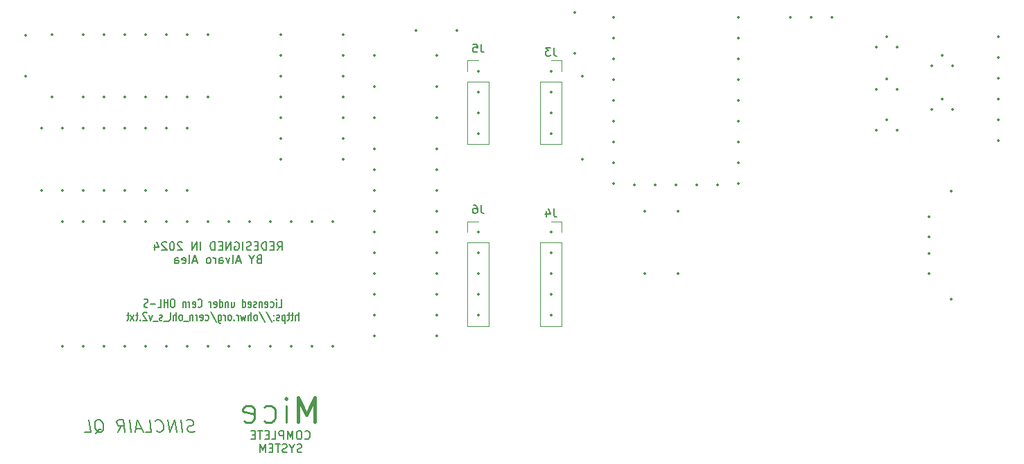
<source format=gbo>
%TF.GenerationSoftware,KiCad,Pcbnew,8.0.4+1*%
%TF.CreationDate,2024-08-13T20:11:21+02:00*%
%TF.ProjectId,QL_mIce_Starmouse,514c5f6d-4963-4655-9f53-7461726d6f75,0*%
%TF.SameCoordinates,Original*%
%TF.FileFunction,Legend,Bot*%
%TF.FilePolarity,Positive*%
%FSLAX46Y46*%
G04 Gerber Fmt 4.6, Leading zero omitted, Abs format (unit mm)*
G04 Created by KiCad (PCBNEW 8.0.4+1) date 2024-08-13 20:11:21*
%MOMM*%
%LPD*%
G01*
G04 APERTURE LIST*
%ADD10C,0.450000*%
%ADD11C,0.250000*%
%ADD12C,0.150000*%
%ADD13C,0.200000*%
%ADD14C,0.120000*%
%ADD15C,0.350000*%
G04 APERTURE END LIST*
D10*
X145144999Y-113378457D02*
X145144999Y-110378457D01*
X145144999Y-110378457D02*
X144144999Y-112521314D01*
X144144999Y-112521314D02*
X143144999Y-110378457D01*
X143144999Y-110378457D02*
X143144999Y-113378457D01*
D11*
X141636428Y-113388857D02*
X141636428Y-111388857D01*
X141636428Y-110388857D02*
X141779285Y-110531714D01*
X141779285Y-110531714D02*
X141636428Y-110674571D01*
X141636428Y-110674571D02*
X141493571Y-110531714D01*
X141493571Y-110531714D02*
X141636428Y-110388857D01*
X141636428Y-110388857D02*
X141636428Y-110674571D01*
X138922143Y-113246000D02*
X139207857Y-113388857D01*
X139207857Y-113388857D02*
X139779285Y-113388857D01*
X139779285Y-113388857D02*
X140065000Y-113246000D01*
X140065000Y-113246000D02*
X140207857Y-113103142D01*
X140207857Y-113103142D02*
X140350714Y-112817428D01*
X140350714Y-112817428D02*
X140350714Y-111960285D01*
X140350714Y-111960285D02*
X140207857Y-111674571D01*
X140207857Y-111674571D02*
X140065000Y-111531714D01*
X140065000Y-111531714D02*
X139779285Y-111388857D01*
X139779285Y-111388857D02*
X139207857Y-111388857D01*
X139207857Y-111388857D02*
X138922143Y-111531714D01*
X136493571Y-113246000D02*
X136779285Y-113388857D01*
X136779285Y-113388857D02*
X137350714Y-113388857D01*
X137350714Y-113388857D02*
X137636428Y-113246000D01*
X137636428Y-113246000D02*
X137779285Y-112960285D01*
X137779285Y-112960285D02*
X137779285Y-111817428D01*
X137779285Y-111817428D02*
X137636428Y-111531714D01*
X137636428Y-111531714D02*
X137350714Y-111388857D01*
X137350714Y-111388857D02*
X136779285Y-111388857D01*
X136779285Y-111388857D02*
X136493571Y-111531714D01*
X136493571Y-111531714D02*
X136350714Y-111817428D01*
X136350714Y-111817428D02*
X136350714Y-112103142D01*
X136350714Y-112103142D02*
X137779285Y-112388857D01*
D12*
X140715000Y-99344847D02*
X141095952Y-99344847D01*
X141095952Y-99344847D02*
X141095952Y-98344847D01*
X140448333Y-99344847D02*
X140448333Y-98678180D01*
X140448333Y-98344847D02*
X140486429Y-98392466D01*
X140486429Y-98392466D02*
X140448333Y-98440085D01*
X140448333Y-98440085D02*
X140410238Y-98392466D01*
X140410238Y-98392466D02*
X140448333Y-98344847D01*
X140448333Y-98344847D02*
X140448333Y-98440085D01*
X139724524Y-99297228D02*
X139800715Y-99344847D01*
X139800715Y-99344847D02*
X139953096Y-99344847D01*
X139953096Y-99344847D02*
X140029286Y-99297228D01*
X140029286Y-99297228D02*
X140067381Y-99249608D01*
X140067381Y-99249608D02*
X140105477Y-99154370D01*
X140105477Y-99154370D02*
X140105477Y-98868656D01*
X140105477Y-98868656D02*
X140067381Y-98773418D01*
X140067381Y-98773418D02*
X140029286Y-98725799D01*
X140029286Y-98725799D02*
X139953096Y-98678180D01*
X139953096Y-98678180D02*
X139800715Y-98678180D01*
X139800715Y-98678180D02*
X139724524Y-98725799D01*
X139076905Y-99297228D02*
X139153096Y-99344847D01*
X139153096Y-99344847D02*
X139305477Y-99344847D01*
X139305477Y-99344847D02*
X139381667Y-99297228D01*
X139381667Y-99297228D02*
X139419763Y-99201989D01*
X139419763Y-99201989D02*
X139419763Y-98821037D01*
X139419763Y-98821037D02*
X139381667Y-98725799D01*
X139381667Y-98725799D02*
X139305477Y-98678180D01*
X139305477Y-98678180D02*
X139153096Y-98678180D01*
X139153096Y-98678180D02*
X139076905Y-98725799D01*
X139076905Y-98725799D02*
X139038810Y-98821037D01*
X139038810Y-98821037D02*
X139038810Y-98916275D01*
X139038810Y-98916275D02*
X139419763Y-99011513D01*
X138695953Y-98678180D02*
X138695953Y-99344847D01*
X138695953Y-98773418D02*
X138657858Y-98725799D01*
X138657858Y-98725799D02*
X138581668Y-98678180D01*
X138581668Y-98678180D02*
X138467382Y-98678180D01*
X138467382Y-98678180D02*
X138391191Y-98725799D01*
X138391191Y-98725799D02*
X138353096Y-98821037D01*
X138353096Y-98821037D02*
X138353096Y-99344847D01*
X138010239Y-99297228D02*
X137934048Y-99344847D01*
X137934048Y-99344847D02*
X137781667Y-99344847D01*
X137781667Y-99344847D02*
X137705477Y-99297228D01*
X137705477Y-99297228D02*
X137667381Y-99201989D01*
X137667381Y-99201989D02*
X137667381Y-99154370D01*
X137667381Y-99154370D02*
X137705477Y-99059132D01*
X137705477Y-99059132D02*
X137781667Y-99011513D01*
X137781667Y-99011513D02*
X137895953Y-99011513D01*
X137895953Y-99011513D02*
X137972143Y-98963894D01*
X137972143Y-98963894D02*
X138010239Y-98868656D01*
X138010239Y-98868656D02*
X138010239Y-98821037D01*
X138010239Y-98821037D02*
X137972143Y-98725799D01*
X137972143Y-98725799D02*
X137895953Y-98678180D01*
X137895953Y-98678180D02*
X137781667Y-98678180D01*
X137781667Y-98678180D02*
X137705477Y-98725799D01*
X137019762Y-99297228D02*
X137095953Y-99344847D01*
X137095953Y-99344847D02*
X137248334Y-99344847D01*
X137248334Y-99344847D02*
X137324524Y-99297228D01*
X137324524Y-99297228D02*
X137362620Y-99201989D01*
X137362620Y-99201989D02*
X137362620Y-98821037D01*
X137362620Y-98821037D02*
X137324524Y-98725799D01*
X137324524Y-98725799D02*
X137248334Y-98678180D01*
X137248334Y-98678180D02*
X137095953Y-98678180D01*
X137095953Y-98678180D02*
X137019762Y-98725799D01*
X137019762Y-98725799D02*
X136981667Y-98821037D01*
X136981667Y-98821037D02*
X136981667Y-98916275D01*
X136981667Y-98916275D02*
X137362620Y-99011513D01*
X136295953Y-99344847D02*
X136295953Y-98344847D01*
X136295953Y-99297228D02*
X136372144Y-99344847D01*
X136372144Y-99344847D02*
X136524525Y-99344847D01*
X136524525Y-99344847D02*
X136600715Y-99297228D01*
X136600715Y-99297228D02*
X136638810Y-99249608D01*
X136638810Y-99249608D02*
X136676906Y-99154370D01*
X136676906Y-99154370D02*
X136676906Y-98868656D01*
X136676906Y-98868656D02*
X136638810Y-98773418D01*
X136638810Y-98773418D02*
X136600715Y-98725799D01*
X136600715Y-98725799D02*
X136524525Y-98678180D01*
X136524525Y-98678180D02*
X136372144Y-98678180D01*
X136372144Y-98678180D02*
X136295953Y-98725799D01*
X134962619Y-98678180D02*
X134962619Y-99344847D01*
X135305476Y-98678180D02*
X135305476Y-99201989D01*
X135305476Y-99201989D02*
X135267381Y-99297228D01*
X135267381Y-99297228D02*
X135191191Y-99344847D01*
X135191191Y-99344847D02*
X135076905Y-99344847D01*
X135076905Y-99344847D02*
X135000714Y-99297228D01*
X135000714Y-99297228D02*
X134962619Y-99249608D01*
X134581666Y-98678180D02*
X134581666Y-99344847D01*
X134581666Y-98773418D02*
X134543571Y-98725799D01*
X134543571Y-98725799D02*
X134467381Y-98678180D01*
X134467381Y-98678180D02*
X134353095Y-98678180D01*
X134353095Y-98678180D02*
X134276904Y-98725799D01*
X134276904Y-98725799D02*
X134238809Y-98821037D01*
X134238809Y-98821037D02*
X134238809Y-99344847D01*
X133514999Y-99344847D02*
X133514999Y-98344847D01*
X133514999Y-99297228D02*
X133591190Y-99344847D01*
X133591190Y-99344847D02*
X133743571Y-99344847D01*
X133743571Y-99344847D02*
X133819761Y-99297228D01*
X133819761Y-99297228D02*
X133857856Y-99249608D01*
X133857856Y-99249608D02*
X133895952Y-99154370D01*
X133895952Y-99154370D02*
X133895952Y-98868656D01*
X133895952Y-98868656D02*
X133857856Y-98773418D01*
X133857856Y-98773418D02*
X133819761Y-98725799D01*
X133819761Y-98725799D02*
X133743571Y-98678180D01*
X133743571Y-98678180D02*
X133591190Y-98678180D01*
X133591190Y-98678180D02*
X133514999Y-98725799D01*
X132829284Y-99297228D02*
X132905475Y-99344847D01*
X132905475Y-99344847D02*
X133057856Y-99344847D01*
X133057856Y-99344847D02*
X133134046Y-99297228D01*
X133134046Y-99297228D02*
X133172142Y-99201989D01*
X133172142Y-99201989D02*
X133172142Y-98821037D01*
X133172142Y-98821037D02*
X133134046Y-98725799D01*
X133134046Y-98725799D02*
X133057856Y-98678180D01*
X133057856Y-98678180D02*
X132905475Y-98678180D01*
X132905475Y-98678180D02*
X132829284Y-98725799D01*
X132829284Y-98725799D02*
X132791189Y-98821037D01*
X132791189Y-98821037D02*
X132791189Y-98916275D01*
X132791189Y-98916275D02*
X133172142Y-99011513D01*
X132448332Y-99344847D02*
X132448332Y-98678180D01*
X132448332Y-98868656D02*
X132410237Y-98773418D01*
X132410237Y-98773418D02*
X132372142Y-98725799D01*
X132372142Y-98725799D02*
X132295951Y-98678180D01*
X132295951Y-98678180D02*
X132219761Y-98678180D01*
X130886427Y-99249608D02*
X130924523Y-99297228D01*
X130924523Y-99297228D02*
X131038808Y-99344847D01*
X131038808Y-99344847D02*
X131114999Y-99344847D01*
X131114999Y-99344847D02*
X131229285Y-99297228D01*
X131229285Y-99297228D02*
X131305475Y-99201989D01*
X131305475Y-99201989D02*
X131343570Y-99106751D01*
X131343570Y-99106751D02*
X131381666Y-98916275D01*
X131381666Y-98916275D02*
X131381666Y-98773418D01*
X131381666Y-98773418D02*
X131343570Y-98582942D01*
X131343570Y-98582942D02*
X131305475Y-98487704D01*
X131305475Y-98487704D02*
X131229285Y-98392466D01*
X131229285Y-98392466D02*
X131114999Y-98344847D01*
X131114999Y-98344847D02*
X131038808Y-98344847D01*
X131038808Y-98344847D02*
X130924523Y-98392466D01*
X130924523Y-98392466D02*
X130886427Y-98440085D01*
X130238808Y-99297228D02*
X130314999Y-99344847D01*
X130314999Y-99344847D02*
X130467380Y-99344847D01*
X130467380Y-99344847D02*
X130543570Y-99297228D01*
X130543570Y-99297228D02*
X130581666Y-99201989D01*
X130581666Y-99201989D02*
X130581666Y-98821037D01*
X130581666Y-98821037D02*
X130543570Y-98725799D01*
X130543570Y-98725799D02*
X130467380Y-98678180D01*
X130467380Y-98678180D02*
X130314999Y-98678180D01*
X130314999Y-98678180D02*
X130238808Y-98725799D01*
X130238808Y-98725799D02*
X130200713Y-98821037D01*
X130200713Y-98821037D02*
X130200713Y-98916275D01*
X130200713Y-98916275D02*
X130581666Y-99011513D01*
X129857856Y-99344847D02*
X129857856Y-98678180D01*
X129857856Y-98868656D02*
X129819761Y-98773418D01*
X129819761Y-98773418D02*
X129781666Y-98725799D01*
X129781666Y-98725799D02*
X129705475Y-98678180D01*
X129705475Y-98678180D02*
X129629285Y-98678180D01*
X129362618Y-98678180D02*
X129362618Y-99344847D01*
X129362618Y-98773418D02*
X129324523Y-98725799D01*
X129324523Y-98725799D02*
X129248333Y-98678180D01*
X129248333Y-98678180D02*
X129134047Y-98678180D01*
X129134047Y-98678180D02*
X129057856Y-98725799D01*
X129057856Y-98725799D02*
X129019761Y-98821037D01*
X129019761Y-98821037D02*
X129019761Y-99344847D01*
X127876903Y-98344847D02*
X127724522Y-98344847D01*
X127724522Y-98344847D02*
X127648332Y-98392466D01*
X127648332Y-98392466D02*
X127572141Y-98487704D01*
X127572141Y-98487704D02*
X127534046Y-98678180D01*
X127534046Y-98678180D02*
X127534046Y-99011513D01*
X127534046Y-99011513D02*
X127572141Y-99201989D01*
X127572141Y-99201989D02*
X127648332Y-99297228D01*
X127648332Y-99297228D02*
X127724522Y-99344847D01*
X127724522Y-99344847D02*
X127876903Y-99344847D01*
X127876903Y-99344847D02*
X127953094Y-99297228D01*
X127953094Y-99297228D02*
X128029284Y-99201989D01*
X128029284Y-99201989D02*
X128067380Y-99011513D01*
X128067380Y-99011513D02*
X128067380Y-98678180D01*
X128067380Y-98678180D02*
X128029284Y-98487704D01*
X128029284Y-98487704D02*
X127953094Y-98392466D01*
X127953094Y-98392466D02*
X127876903Y-98344847D01*
X127191189Y-99344847D02*
X127191189Y-98344847D01*
X127191189Y-98821037D02*
X126734046Y-98821037D01*
X126734046Y-99344847D02*
X126734046Y-98344847D01*
X125972142Y-99344847D02*
X126353094Y-99344847D01*
X126353094Y-99344847D02*
X126353094Y-98344847D01*
X125705475Y-98963894D02*
X125095952Y-98963894D01*
X124753095Y-99297228D02*
X124638809Y-99344847D01*
X124638809Y-99344847D02*
X124448333Y-99344847D01*
X124448333Y-99344847D02*
X124372142Y-99297228D01*
X124372142Y-99297228D02*
X124334047Y-99249608D01*
X124334047Y-99249608D02*
X124295952Y-99154370D01*
X124295952Y-99154370D02*
X124295952Y-99059132D01*
X124295952Y-99059132D02*
X124334047Y-98963894D01*
X124334047Y-98963894D02*
X124372142Y-98916275D01*
X124372142Y-98916275D02*
X124448333Y-98868656D01*
X124448333Y-98868656D02*
X124600714Y-98821037D01*
X124600714Y-98821037D02*
X124676904Y-98773418D01*
X124676904Y-98773418D02*
X124714999Y-98725799D01*
X124714999Y-98725799D02*
X124753095Y-98630561D01*
X124753095Y-98630561D02*
X124753095Y-98535323D01*
X124753095Y-98535323D02*
X124714999Y-98440085D01*
X124714999Y-98440085D02*
X124676904Y-98392466D01*
X124676904Y-98392466D02*
X124600714Y-98344847D01*
X124600714Y-98344847D02*
X124410237Y-98344847D01*
X124410237Y-98344847D02*
X124295952Y-98392466D01*
X143153096Y-100954791D02*
X143153096Y-99954791D01*
X142810239Y-100954791D02*
X142810239Y-100430981D01*
X142810239Y-100430981D02*
X142848334Y-100335743D01*
X142848334Y-100335743D02*
X142924525Y-100288124D01*
X142924525Y-100288124D02*
X143038811Y-100288124D01*
X143038811Y-100288124D02*
X143115001Y-100335743D01*
X143115001Y-100335743D02*
X143153096Y-100383362D01*
X142543572Y-100288124D02*
X142238810Y-100288124D01*
X142429286Y-99954791D02*
X142429286Y-100811933D01*
X142429286Y-100811933D02*
X142391191Y-100907172D01*
X142391191Y-100907172D02*
X142315001Y-100954791D01*
X142315001Y-100954791D02*
X142238810Y-100954791D01*
X142086429Y-100288124D02*
X141781667Y-100288124D01*
X141972143Y-99954791D02*
X141972143Y-100811933D01*
X141972143Y-100811933D02*
X141934048Y-100907172D01*
X141934048Y-100907172D02*
X141857858Y-100954791D01*
X141857858Y-100954791D02*
X141781667Y-100954791D01*
X141515000Y-100288124D02*
X141515000Y-101288124D01*
X141515000Y-100335743D02*
X141438810Y-100288124D01*
X141438810Y-100288124D02*
X141286429Y-100288124D01*
X141286429Y-100288124D02*
X141210238Y-100335743D01*
X141210238Y-100335743D02*
X141172143Y-100383362D01*
X141172143Y-100383362D02*
X141134048Y-100478600D01*
X141134048Y-100478600D02*
X141134048Y-100764314D01*
X141134048Y-100764314D02*
X141172143Y-100859552D01*
X141172143Y-100859552D02*
X141210238Y-100907172D01*
X141210238Y-100907172D02*
X141286429Y-100954791D01*
X141286429Y-100954791D02*
X141438810Y-100954791D01*
X141438810Y-100954791D02*
X141515000Y-100907172D01*
X140829286Y-100907172D02*
X140753095Y-100954791D01*
X140753095Y-100954791D02*
X140600714Y-100954791D01*
X140600714Y-100954791D02*
X140524524Y-100907172D01*
X140524524Y-100907172D02*
X140486428Y-100811933D01*
X140486428Y-100811933D02*
X140486428Y-100764314D01*
X140486428Y-100764314D02*
X140524524Y-100669076D01*
X140524524Y-100669076D02*
X140600714Y-100621457D01*
X140600714Y-100621457D02*
X140715000Y-100621457D01*
X140715000Y-100621457D02*
X140791190Y-100573838D01*
X140791190Y-100573838D02*
X140829286Y-100478600D01*
X140829286Y-100478600D02*
X140829286Y-100430981D01*
X140829286Y-100430981D02*
X140791190Y-100335743D01*
X140791190Y-100335743D02*
X140715000Y-100288124D01*
X140715000Y-100288124D02*
X140600714Y-100288124D01*
X140600714Y-100288124D02*
X140524524Y-100335743D01*
X140143571Y-100859552D02*
X140105476Y-100907172D01*
X140105476Y-100907172D02*
X140143571Y-100954791D01*
X140143571Y-100954791D02*
X140181667Y-100907172D01*
X140181667Y-100907172D02*
X140143571Y-100859552D01*
X140143571Y-100859552D02*
X140143571Y-100954791D01*
X140143571Y-100335743D02*
X140105476Y-100383362D01*
X140105476Y-100383362D02*
X140143571Y-100430981D01*
X140143571Y-100430981D02*
X140181667Y-100383362D01*
X140181667Y-100383362D02*
X140143571Y-100335743D01*
X140143571Y-100335743D02*
X140143571Y-100430981D01*
X139191191Y-99907172D02*
X139876905Y-101192886D01*
X138353096Y-99907172D02*
X139038810Y-101192886D01*
X137972144Y-100954791D02*
X138048334Y-100907172D01*
X138048334Y-100907172D02*
X138086429Y-100859552D01*
X138086429Y-100859552D02*
X138124525Y-100764314D01*
X138124525Y-100764314D02*
X138124525Y-100478600D01*
X138124525Y-100478600D02*
X138086429Y-100383362D01*
X138086429Y-100383362D02*
X138048334Y-100335743D01*
X138048334Y-100335743D02*
X137972144Y-100288124D01*
X137972144Y-100288124D02*
X137857858Y-100288124D01*
X137857858Y-100288124D02*
X137781667Y-100335743D01*
X137781667Y-100335743D02*
X137743572Y-100383362D01*
X137743572Y-100383362D02*
X137705477Y-100478600D01*
X137705477Y-100478600D02*
X137705477Y-100764314D01*
X137705477Y-100764314D02*
X137743572Y-100859552D01*
X137743572Y-100859552D02*
X137781667Y-100907172D01*
X137781667Y-100907172D02*
X137857858Y-100954791D01*
X137857858Y-100954791D02*
X137972144Y-100954791D01*
X137362619Y-100954791D02*
X137362619Y-99954791D01*
X137019762Y-100954791D02*
X137019762Y-100430981D01*
X137019762Y-100430981D02*
X137057857Y-100335743D01*
X137057857Y-100335743D02*
X137134048Y-100288124D01*
X137134048Y-100288124D02*
X137248334Y-100288124D01*
X137248334Y-100288124D02*
X137324524Y-100335743D01*
X137324524Y-100335743D02*
X137362619Y-100383362D01*
X136715000Y-100288124D02*
X136562619Y-100954791D01*
X136562619Y-100954791D02*
X136410238Y-100478600D01*
X136410238Y-100478600D02*
X136257857Y-100954791D01*
X136257857Y-100954791D02*
X136105476Y-100288124D01*
X135800714Y-100954791D02*
X135800714Y-100288124D01*
X135800714Y-100478600D02*
X135762619Y-100383362D01*
X135762619Y-100383362D02*
X135724524Y-100335743D01*
X135724524Y-100335743D02*
X135648333Y-100288124D01*
X135648333Y-100288124D02*
X135572143Y-100288124D01*
X135305476Y-100859552D02*
X135267381Y-100907172D01*
X135267381Y-100907172D02*
X135305476Y-100954791D01*
X135305476Y-100954791D02*
X135343572Y-100907172D01*
X135343572Y-100907172D02*
X135305476Y-100859552D01*
X135305476Y-100859552D02*
X135305476Y-100954791D01*
X134810239Y-100954791D02*
X134886429Y-100907172D01*
X134886429Y-100907172D02*
X134924524Y-100859552D01*
X134924524Y-100859552D02*
X134962620Y-100764314D01*
X134962620Y-100764314D02*
X134962620Y-100478600D01*
X134962620Y-100478600D02*
X134924524Y-100383362D01*
X134924524Y-100383362D02*
X134886429Y-100335743D01*
X134886429Y-100335743D02*
X134810239Y-100288124D01*
X134810239Y-100288124D02*
X134695953Y-100288124D01*
X134695953Y-100288124D02*
X134619762Y-100335743D01*
X134619762Y-100335743D02*
X134581667Y-100383362D01*
X134581667Y-100383362D02*
X134543572Y-100478600D01*
X134543572Y-100478600D02*
X134543572Y-100764314D01*
X134543572Y-100764314D02*
X134581667Y-100859552D01*
X134581667Y-100859552D02*
X134619762Y-100907172D01*
X134619762Y-100907172D02*
X134695953Y-100954791D01*
X134695953Y-100954791D02*
X134810239Y-100954791D01*
X134200714Y-100954791D02*
X134200714Y-100288124D01*
X134200714Y-100478600D02*
X134162619Y-100383362D01*
X134162619Y-100383362D02*
X134124524Y-100335743D01*
X134124524Y-100335743D02*
X134048333Y-100288124D01*
X134048333Y-100288124D02*
X133972143Y-100288124D01*
X133362619Y-100288124D02*
X133362619Y-101097648D01*
X133362619Y-101097648D02*
X133400714Y-101192886D01*
X133400714Y-101192886D02*
X133438810Y-101240505D01*
X133438810Y-101240505D02*
X133515000Y-101288124D01*
X133515000Y-101288124D02*
X133629286Y-101288124D01*
X133629286Y-101288124D02*
X133705476Y-101240505D01*
X133362619Y-100907172D02*
X133438810Y-100954791D01*
X133438810Y-100954791D02*
X133591191Y-100954791D01*
X133591191Y-100954791D02*
X133667381Y-100907172D01*
X133667381Y-100907172D02*
X133705476Y-100859552D01*
X133705476Y-100859552D02*
X133743572Y-100764314D01*
X133743572Y-100764314D02*
X133743572Y-100478600D01*
X133743572Y-100478600D02*
X133705476Y-100383362D01*
X133705476Y-100383362D02*
X133667381Y-100335743D01*
X133667381Y-100335743D02*
X133591191Y-100288124D01*
X133591191Y-100288124D02*
X133438810Y-100288124D01*
X133438810Y-100288124D02*
X133362619Y-100335743D01*
X132410238Y-99907172D02*
X133095952Y-101192886D01*
X131800714Y-100907172D02*
X131876905Y-100954791D01*
X131876905Y-100954791D02*
X132029286Y-100954791D01*
X132029286Y-100954791D02*
X132105476Y-100907172D01*
X132105476Y-100907172D02*
X132143571Y-100859552D01*
X132143571Y-100859552D02*
X132181667Y-100764314D01*
X132181667Y-100764314D02*
X132181667Y-100478600D01*
X132181667Y-100478600D02*
X132143571Y-100383362D01*
X132143571Y-100383362D02*
X132105476Y-100335743D01*
X132105476Y-100335743D02*
X132029286Y-100288124D01*
X132029286Y-100288124D02*
X131876905Y-100288124D01*
X131876905Y-100288124D02*
X131800714Y-100335743D01*
X131153095Y-100907172D02*
X131229286Y-100954791D01*
X131229286Y-100954791D02*
X131381667Y-100954791D01*
X131381667Y-100954791D02*
X131457857Y-100907172D01*
X131457857Y-100907172D02*
X131495953Y-100811933D01*
X131495953Y-100811933D02*
X131495953Y-100430981D01*
X131495953Y-100430981D02*
X131457857Y-100335743D01*
X131457857Y-100335743D02*
X131381667Y-100288124D01*
X131381667Y-100288124D02*
X131229286Y-100288124D01*
X131229286Y-100288124D02*
X131153095Y-100335743D01*
X131153095Y-100335743D02*
X131115000Y-100430981D01*
X131115000Y-100430981D02*
X131115000Y-100526219D01*
X131115000Y-100526219D02*
X131495953Y-100621457D01*
X130772143Y-100954791D02*
X130772143Y-100288124D01*
X130772143Y-100478600D02*
X130734048Y-100383362D01*
X130734048Y-100383362D02*
X130695953Y-100335743D01*
X130695953Y-100335743D02*
X130619762Y-100288124D01*
X130619762Y-100288124D02*
X130543572Y-100288124D01*
X130276905Y-100288124D02*
X130276905Y-100954791D01*
X130276905Y-100383362D02*
X130238810Y-100335743D01*
X130238810Y-100335743D02*
X130162620Y-100288124D01*
X130162620Y-100288124D02*
X130048334Y-100288124D01*
X130048334Y-100288124D02*
X129972143Y-100335743D01*
X129972143Y-100335743D02*
X129934048Y-100430981D01*
X129934048Y-100430981D02*
X129934048Y-100954791D01*
X129743572Y-101050029D02*
X129134048Y-101050029D01*
X128829286Y-100954791D02*
X128905476Y-100907172D01*
X128905476Y-100907172D02*
X128943571Y-100859552D01*
X128943571Y-100859552D02*
X128981667Y-100764314D01*
X128981667Y-100764314D02*
X128981667Y-100478600D01*
X128981667Y-100478600D02*
X128943571Y-100383362D01*
X128943571Y-100383362D02*
X128905476Y-100335743D01*
X128905476Y-100335743D02*
X128829286Y-100288124D01*
X128829286Y-100288124D02*
X128715000Y-100288124D01*
X128715000Y-100288124D02*
X128638809Y-100335743D01*
X128638809Y-100335743D02*
X128600714Y-100383362D01*
X128600714Y-100383362D02*
X128562619Y-100478600D01*
X128562619Y-100478600D02*
X128562619Y-100764314D01*
X128562619Y-100764314D02*
X128600714Y-100859552D01*
X128600714Y-100859552D02*
X128638809Y-100907172D01*
X128638809Y-100907172D02*
X128715000Y-100954791D01*
X128715000Y-100954791D02*
X128829286Y-100954791D01*
X128219761Y-100954791D02*
X128219761Y-99954791D01*
X127876904Y-100954791D02*
X127876904Y-100430981D01*
X127876904Y-100430981D02*
X127914999Y-100335743D01*
X127914999Y-100335743D02*
X127991190Y-100288124D01*
X127991190Y-100288124D02*
X128105476Y-100288124D01*
X128105476Y-100288124D02*
X128181666Y-100335743D01*
X128181666Y-100335743D02*
X128219761Y-100383362D01*
X127381666Y-100954791D02*
X127457856Y-100907172D01*
X127457856Y-100907172D02*
X127495951Y-100811933D01*
X127495951Y-100811933D02*
X127495951Y-99954791D01*
X127267380Y-101050029D02*
X126657856Y-101050029D01*
X126505475Y-100907172D02*
X126429284Y-100954791D01*
X126429284Y-100954791D02*
X126276903Y-100954791D01*
X126276903Y-100954791D02*
X126200713Y-100907172D01*
X126200713Y-100907172D02*
X126162617Y-100811933D01*
X126162617Y-100811933D02*
X126162617Y-100764314D01*
X126162617Y-100764314D02*
X126200713Y-100669076D01*
X126200713Y-100669076D02*
X126276903Y-100621457D01*
X126276903Y-100621457D02*
X126391189Y-100621457D01*
X126391189Y-100621457D02*
X126467379Y-100573838D01*
X126467379Y-100573838D02*
X126505475Y-100478600D01*
X126505475Y-100478600D02*
X126505475Y-100430981D01*
X126505475Y-100430981D02*
X126467379Y-100335743D01*
X126467379Y-100335743D02*
X126391189Y-100288124D01*
X126391189Y-100288124D02*
X126276903Y-100288124D01*
X126276903Y-100288124D02*
X126200713Y-100335743D01*
X126010237Y-101050029D02*
X125400713Y-101050029D01*
X125286427Y-100288124D02*
X125095951Y-100954791D01*
X125095951Y-100954791D02*
X124905474Y-100288124D01*
X124638808Y-100050029D02*
X124600712Y-100002410D01*
X124600712Y-100002410D02*
X124524522Y-99954791D01*
X124524522Y-99954791D02*
X124334046Y-99954791D01*
X124334046Y-99954791D02*
X124257855Y-100002410D01*
X124257855Y-100002410D02*
X124219760Y-100050029D01*
X124219760Y-100050029D02*
X124181665Y-100145267D01*
X124181665Y-100145267D02*
X124181665Y-100240505D01*
X124181665Y-100240505D02*
X124219760Y-100383362D01*
X124219760Y-100383362D02*
X124676903Y-100954791D01*
X124676903Y-100954791D02*
X124181665Y-100954791D01*
X123838807Y-100859552D02*
X123800712Y-100907172D01*
X123800712Y-100907172D02*
X123838807Y-100954791D01*
X123838807Y-100954791D02*
X123876903Y-100907172D01*
X123876903Y-100907172D02*
X123838807Y-100859552D01*
X123838807Y-100859552D02*
X123838807Y-100954791D01*
X123572141Y-100288124D02*
X123267379Y-100288124D01*
X123457855Y-99954791D02*
X123457855Y-100811933D01*
X123457855Y-100811933D02*
X123419760Y-100907172D01*
X123419760Y-100907172D02*
X123343570Y-100954791D01*
X123343570Y-100954791D02*
X123267379Y-100954791D01*
X123076903Y-100954791D02*
X122657855Y-100288124D01*
X123076903Y-100288124D02*
X122657855Y-100954791D01*
X122467379Y-100288124D02*
X122162617Y-100288124D01*
X122353093Y-99954791D02*
X122353093Y-100811933D01*
X122353093Y-100811933D02*
X122314998Y-100907172D01*
X122314998Y-100907172D02*
X122238808Y-100954791D01*
X122238808Y-100954791D02*
X122162617Y-100954791D01*
D13*
X130467857Y-114531100D02*
X130262500Y-114602528D01*
X130262500Y-114602528D02*
X129905357Y-114602528D01*
X129905357Y-114602528D02*
X129753572Y-114531100D01*
X129753572Y-114531100D02*
X129673214Y-114459671D01*
X129673214Y-114459671D02*
X129583929Y-114316814D01*
X129583929Y-114316814D02*
X129566072Y-114173957D01*
X129566072Y-114173957D02*
X129619643Y-114031100D01*
X129619643Y-114031100D02*
X129682143Y-113959671D01*
X129682143Y-113959671D02*
X129816072Y-113888242D01*
X129816072Y-113888242D02*
X130092857Y-113816814D01*
X130092857Y-113816814D02*
X130226786Y-113745385D01*
X130226786Y-113745385D02*
X130289286Y-113673957D01*
X130289286Y-113673957D02*
X130342857Y-113531100D01*
X130342857Y-113531100D02*
X130325000Y-113388242D01*
X130325000Y-113388242D02*
X130235714Y-113245385D01*
X130235714Y-113245385D02*
X130155357Y-113173957D01*
X130155357Y-113173957D02*
X130003572Y-113102528D01*
X130003572Y-113102528D02*
X129646429Y-113102528D01*
X129646429Y-113102528D02*
X129441072Y-113173957D01*
X128976786Y-114602528D02*
X128789286Y-113102528D01*
X128262500Y-114602528D02*
X128075000Y-113102528D01*
X128075000Y-113102528D02*
X127405357Y-114602528D01*
X127405357Y-114602528D02*
X127217857Y-113102528D01*
X125816071Y-114459671D02*
X125896428Y-114531100D01*
X125896428Y-114531100D02*
X126119643Y-114602528D01*
X126119643Y-114602528D02*
X126262500Y-114602528D01*
X126262500Y-114602528D02*
X126467857Y-114531100D01*
X126467857Y-114531100D02*
X126592857Y-114388242D01*
X126592857Y-114388242D02*
X126646428Y-114245385D01*
X126646428Y-114245385D02*
X126682143Y-113959671D01*
X126682143Y-113959671D02*
X126655357Y-113745385D01*
X126655357Y-113745385D02*
X126548214Y-113459671D01*
X126548214Y-113459671D02*
X126458928Y-113316814D01*
X126458928Y-113316814D02*
X126298214Y-113173957D01*
X126298214Y-113173957D02*
X126075000Y-113102528D01*
X126075000Y-113102528D02*
X125932143Y-113102528D01*
X125932143Y-113102528D02*
X125726786Y-113173957D01*
X125726786Y-113173957D02*
X125664286Y-113245385D01*
X124476786Y-114602528D02*
X125191071Y-114602528D01*
X125191071Y-114602528D02*
X125003571Y-113102528D01*
X123994642Y-114173957D02*
X123280357Y-114173957D01*
X124191071Y-114602528D02*
X123503571Y-113102528D01*
X123503571Y-113102528D02*
X123191071Y-114602528D01*
X122691071Y-114602528D02*
X122503571Y-113102528D01*
X121119642Y-114602528D02*
X121530357Y-113888242D01*
X121976785Y-114602528D02*
X121789285Y-113102528D01*
X121789285Y-113102528D02*
X121217857Y-113102528D01*
X121217857Y-113102528D02*
X121083928Y-113173957D01*
X121083928Y-113173957D02*
X121021428Y-113245385D01*
X121021428Y-113245385D02*
X120967857Y-113388242D01*
X120967857Y-113388242D02*
X120994642Y-113602528D01*
X120994642Y-113602528D02*
X121083928Y-113745385D01*
X121083928Y-113745385D02*
X121164285Y-113816814D01*
X121164285Y-113816814D02*
X121316071Y-113888242D01*
X121316071Y-113888242D02*
X121887500Y-113888242D01*
X118351785Y-114745385D02*
X118485714Y-114673957D01*
X118485714Y-114673957D02*
X118610714Y-114531100D01*
X118610714Y-114531100D02*
X118798214Y-114316814D01*
X118798214Y-114316814D02*
X118932143Y-114245385D01*
X118932143Y-114245385D02*
X119075000Y-114245385D01*
X119048214Y-114602528D02*
X119182143Y-114531100D01*
X119182143Y-114531100D02*
X119307143Y-114388242D01*
X119307143Y-114388242D02*
X119342857Y-114102528D01*
X119342857Y-114102528D02*
X119280357Y-113602528D01*
X119280357Y-113602528D02*
X119173214Y-113316814D01*
X119173214Y-113316814D02*
X119012500Y-113173957D01*
X119012500Y-113173957D02*
X118860714Y-113102528D01*
X118860714Y-113102528D02*
X118575000Y-113102528D01*
X118575000Y-113102528D02*
X118441071Y-113173957D01*
X118441071Y-113173957D02*
X118316071Y-113316814D01*
X118316071Y-113316814D02*
X118280357Y-113602528D01*
X118280357Y-113602528D02*
X118342857Y-114102528D01*
X118342857Y-114102528D02*
X118450000Y-114388242D01*
X118450000Y-114388242D02*
X118610714Y-114531100D01*
X118610714Y-114531100D02*
X118762500Y-114602528D01*
X118762500Y-114602528D02*
X119048214Y-114602528D01*
X117048214Y-114602528D02*
X117762499Y-114602528D01*
X117762499Y-114602528D02*
X117574999Y-113102528D01*
D12*
X140564285Y-92359847D02*
X140897618Y-91883656D01*
X141135713Y-92359847D02*
X141135713Y-91359847D01*
X141135713Y-91359847D02*
X140754761Y-91359847D01*
X140754761Y-91359847D02*
X140659523Y-91407466D01*
X140659523Y-91407466D02*
X140611904Y-91455085D01*
X140611904Y-91455085D02*
X140564285Y-91550323D01*
X140564285Y-91550323D02*
X140564285Y-91693180D01*
X140564285Y-91693180D02*
X140611904Y-91788418D01*
X140611904Y-91788418D02*
X140659523Y-91836037D01*
X140659523Y-91836037D02*
X140754761Y-91883656D01*
X140754761Y-91883656D02*
X141135713Y-91883656D01*
X140135713Y-91836037D02*
X139802380Y-91836037D01*
X139659523Y-92359847D02*
X140135713Y-92359847D01*
X140135713Y-92359847D02*
X140135713Y-91359847D01*
X140135713Y-91359847D02*
X139659523Y-91359847D01*
X139230951Y-92359847D02*
X139230951Y-91359847D01*
X139230951Y-91359847D02*
X138992856Y-91359847D01*
X138992856Y-91359847D02*
X138849999Y-91407466D01*
X138849999Y-91407466D02*
X138754761Y-91502704D01*
X138754761Y-91502704D02*
X138707142Y-91597942D01*
X138707142Y-91597942D02*
X138659523Y-91788418D01*
X138659523Y-91788418D02*
X138659523Y-91931275D01*
X138659523Y-91931275D02*
X138707142Y-92121751D01*
X138707142Y-92121751D02*
X138754761Y-92216989D01*
X138754761Y-92216989D02*
X138849999Y-92312228D01*
X138849999Y-92312228D02*
X138992856Y-92359847D01*
X138992856Y-92359847D02*
X139230951Y-92359847D01*
X138230951Y-91836037D02*
X137897618Y-91836037D01*
X137754761Y-92359847D02*
X138230951Y-92359847D01*
X138230951Y-92359847D02*
X138230951Y-91359847D01*
X138230951Y-91359847D02*
X137754761Y-91359847D01*
X137373808Y-92312228D02*
X137230951Y-92359847D01*
X137230951Y-92359847D02*
X136992856Y-92359847D01*
X136992856Y-92359847D02*
X136897618Y-92312228D01*
X136897618Y-92312228D02*
X136849999Y-92264608D01*
X136849999Y-92264608D02*
X136802380Y-92169370D01*
X136802380Y-92169370D02*
X136802380Y-92074132D01*
X136802380Y-92074132D02*
X136849999Y-91978894D01*
X136849999Y-91978894D02*
X136897618Y-91931275D01*
X136897618Y-91931275D02*
X136992856Y-91883656D01*
X136992856Y-91883656D02*
X137183332Y-91836037D01*
X137183332Y-91836037D02*
X137278570Y-91788418D01*
X137278570Y-91788418D02*
X137326189Y-91740799D01*
X137326189Y-91740799D02*
X137373808Y-91645561D01*
X137373808Y-91645561D02*
X137373808Y-91550323D01*
X137373808Y-91550323D02*
X137326189Y-91455085D01*
X137326189Y-91455085D02*
X137278570Y-91407466D01*
X137278570Y-91407466D02*
X137183332Y-91359847D01*
X137183332Y-91359847D02*
X136945237Y-91359847D01*
X136945237Y-91359847D02*
X136802380Y-91407466D01*
X136373808Y-92359847D02*
X136373808Y-91359847D01*
X135373809Y-91407466D02*
X135469047Y-91359847D01*
X135469047Y-91359847D02*
X135611904Y-91359847D01*
X135611904Y-91359847D02*
X135754761Y-91407466D01*
X135754761Y-91407466D02*
X135849999Y-91502704D01*
X135849999Y-91502704D02*
X135897618Y-91597942D01*
X135897618Y-91597942D02*
X135945237Y-91788418D01*
X135945237Y-91788418D02*
X135945237Y-91931275D01*
X135945237Y-91931275D02*
X135897618Y-92121751D01*
X135897618Y-92121751D02*
X135849999Y-92216989D01*
X135849999Y-92216989D02*
X135754761Y-92312228D01*
X135754761Y-92312228D02*
X135611904Y-92359847D01*
X135611904Y-92359847D02*
X135516666Y-92359847D01*
X135516666Y-92359847D02*
X135373809Y-92312228D01*
X135373809Y-92312228D02*
X135326190Y-92264608D01*
X135326190Y-92264608D02*
X135326190Y-91931275D01*
X135326190Y-91931275D02*
X135516666Y-91931275D01*
X134897618Y-92359847D02*
X134897618Y-91359847D01*
X134897618Y-91359847D02*
X134326190Y-92359847D01*
X134326190Y-92359847D02*
X134326190Y-91359847D01*
X133849999Y-91836037D02*
X133516666Y-91836037D01*
X133373809Y-92359847D02*
X133849999Y-92359847D01*
X133849999Y-92359847D02*
X133849999Y-91359847D01*
X133849999Y-91359847D02*
X133373809Y-91359847D01*
X132945237Y-92359847D02*
X132945237Y-91359847D01*
X132945237Y-91359847D02*
X132707142Y-91359847D01*
X132707142Y-91359847D02*
X132564285Y-91407466D01*
X132564285Y-91407466D02*
X132469047Y-91502704D01*
X132469047Y-91502704D02*
X132421428Y-91597942D01*
X132421428Y-91597942D02*
X132373809Y-91788418D01*
X132373809Y-91788418D02*
X132373809Y-91931275D01*
X132373809Y-91931275D02*
X132421428Y-92121751D01*
X132421428Y-92121751D02*
X132469047Y-92216989D01*
X132469047Y-92216989D02*
X132564285Y-92312228D01*
X132564285Y-92312228D02*
X132707142Y-92359847D01*
X132707142Y-92359847D02*
X132945237Y-92359847D01*
X131183332Y-92359847D02*
X131183332Y-91359847D01*
X130707142Y-92359847D02*
X130707142Y-91359847D01*
X130707142Y-91359847D02*
X130135714Y-92359847D01*
X130135714Y-92359847D02*
X130135714Y-91359847D01*
X128945237Y-91455085D02*
X128897618Y-91407466D01*
X128897618Y-91407466D02*
X128802380Y-91359847D01*
X128802380Y-91359847D02*
X128564285Y-91359847D01*
X128564285Y-91359847D02*
X128469047Y-91407466D01*
X128469047Y-91407466D02*
X128421428Y-91455085D01*
X128421428Y-91455085D02*
X128373809Y-91550323D01*
X128373809Y-91550323D02*
X128373809Y-91645561D01*
X128373809Y-91645561D02*
X128421428Y-91788418D01*
X128421428Y-91788418D02*
X128992856Y-92359847D01*
X128992856Y-92359847D02*
X128373809Y-92359847D01*
X127754761Y-91359847D02*
X127659523Y-91359847D01*
X127659523Y-91359847D02*
X127564285Y-91407466D01*
X127564285Y-91407466D02*
X127516666Y-91455085D01*
X127516666Y-91455085D02*
X127469047Y-91550323D01*
X127469047Y-91550323D02*
X127421428Y-91740799D01*
X127421428Y-91740799D02*
X127421428Y-91978894D01*
X127421428Y-91978894D02*
X127469047Y-92169370D01*
X127469047Y-92169370D02*
X127516666Y-92264608D01*
X127516666Y-92264608D02*
X127564285Y-92312228D01*
X127564285Y-92312228D02*
X127659523Y-92359847D01*
X127659523Y-92359847D02*
X127754761Y-92359847D01*
X127754761Y-92359847D02*
X127849999Y-92312228D01*
X127849999Y-92312228D02*
X127897618Y-92264608D01*
X127897618Y-92264608D02*
X127945237Y-92169370D01*
X127945237Y-92169370D02*
X127992856Y-91978894D01*
X127992856Y-91978894D02*
X127992856Y-91740799D01*
X127992856Y-91740799D02*
X127945237Y-91550323D01*
X127945237Y-91550323D02*
X127897618Y-91455085D01*
X127897618Y-91455085D02*
X127849999Y-91407466D01*
X127849999Y-91407466D02*
X127754761Y-91359847D01*
X127040475Y-91455085D02*
X126992856Y-91407466D01*
X126992856Y-91407466D02*
X126897618Y-91359847D01*
X126897618Y-91359847D02*
X126659523Y-91359847D01*
X126659523Y-91359847D02*
X126564285Y-91407466D01*
X126564285Y-91407466D02*
X126516666Y-91455085D01*
X126516666Y-91455085D02*
X126469047Y-91550323D01*
X126469047Y-91550323D02*
X126469047Y-91645561D01*
X126469047Y-91645561D02*
X126516666Y-91788418D01*
X126516666Y-91788418D02*
X127088094Y-92359847D01*
X127088094Y-92359847D02*
X126469047Y-92359847D01*
X125611904Y-91693180D02*
X125611904Y-92359847D01*
X125849999Y-91312228D02*
X126088094Y-92026513D01*
X126088094Y-92026513D02*
X125469047Y-92026513D01*
X138326191Y-93445981D02*
X138183334Y-93493600D01*
X138183334Y-93493600D02*
X138135715Y-93541219D01*
X138135715Y-93541219D02*
X138088096Y-93636457D01*
X138088096Y-93636457D02*
X138088096Y-93779314D01*
X138088096Y-93779314D02*
X138135715Y-93874552D01*
X138135715Y-93874552D02*
X138183334Y-93922172D01*
X138183334Y-93922172D02*
X138278572Y-93969791D01*
X138278572Y-93969791D02*
X138659524Y-93969791D01*
X138659524Y-93969791D02*
X138659524Y-92969791D01*
X138659524Y-92969791D02*
X138326191Y-92969791D01*
X138326191Y-92969791D02*
X138230953Y-93017410D01*
X138230953Y-93017410D02*
X138183334Y-93065029D01*
X138183334Y-93065029D02*
X138135715Y-93160267D01*
X138135715Y-93160267D02*
X138135715Y-93255505D01*
X138135715Y-93255505D02*
X138183334Y-93350743D01*
X138183334Y-93350743D02*
X138230953Y-93398362D01*
X138230953Y-93398362D02*
X138326191Y-93445981D01*
X138326191Y-93445981D02*
X138659524Y-93445981D01*
X137469048Y-93493600D02*
X137469048Y-93969791D01*
X137802381Y-92969791D02*
X137469048Y-93493600D01*
X137469048Y-93493600D02*
X137135715Y-92969791D01*
X136088095Y-93684076D02*
X135611905Y-93684076D01*
X136183333Y-93969791D02*
X135850000Y-92969791D01*
X135850000Y-92969791D02*
X135516667Y-93969791D01*
X135040476Y-93969791D02*
X135135714Y-93922172D01*
X135135714Y-93922172D02*
X135183333Y-93826933D01*
X135183333Y-93826933D02*
X135183333Y-92969791D01*
X134754761Y-93303124D02*
X134516666Y-93969791D01*
X134516666Y-93969791D02*
X134278571Y-93303124D01*
X133469047Y-93969791D02*
X133469047Y-93445981D01*
X133469047Y-93445981D02*
X133516666Y-93350743D01*
X133516666Y-93350743D02*
X133611904Y-93303124D01*
X133611904Y-93303124D02*
X133802380Y-93303124D01*
X133802380Y-93303124D02*
X133897618Y-93350743D01*
X133469047Y-93922172D02*
X133564285Y-93969791D01*
X133564285Y-93969791D02*
X133802380Y-93969791D01*
X133802380Y-93969791D02*
X133897618Y-93922172D01*
X133897618Y-93922172D02*
X133945237Y-93826933D01*
X133945237Y-93826933D02*
X133945237Y-93731695D01*
X133945237Y-93731695D02*
X133897618Y-93636457D01*
X133897618Y-93636457D02*
X133802380Y-93588838D01*
X133802380Y-93588838D02*
X133564285Y-93588838D01*
X133564285Y-93588838D02*
X133469047Y-93541219D01*
X132992856Y-93969791D02*
X132992856Y-93303124D01*
X132992856Y-93493600D02*
X132945237Y-93398362D01*
X132945237Y-93398362D02*
X132897618Y-93350743D01*
X132897618Y-93350743D02*
X132802380Y-93303124D01*
X132802380Y-93303124D02*
X132707142Y-93303124D01*
X132230951Y-93969791D02*
X132326189Y-93922172D01*
X132326189Y-93922172D02*
X132373808Y-93874552D01*
X132373808Y-93874552D02*
X132421427Y-93779314D01*
X132421427Y-93779314D02*
X132421427Y-93493600D01*
X132421427Y-93493600D02*
X132373808Y-93398362D01*
X132373808Y-93398362D02*
X132326189Y-93350743D01*
X132326189Y-93350743D02*
X132230951Y-93303124D01*
X132230951Y-93303124D02*
X132088094Y-93303124D01*
X132088094Y-93303124D02*
X131992856Y-93350743D01*
X131992856Y-93350743D02*
X131945237Y-93398362D01*
X131945237Y-93398362D02*
X131897618Y-93493600D01*
X131897618Y-93493600D02*
X131897618Y-93779314D01*
X131897618Y-93779314D02*
X131945237Y-93874552D01*
X131945237Y-93874552D02*
X131992856Y-93922172D01*
X131992856Y-93922172D02*
X132088094Y-93969791D01*
X132088094Y-93969791D02*
X132230951Y-93969791D01*
X130754760Y-93684076D02*
X130278570Y-93684076D01*
X130849998Y-93969791D02*
X130516665Y-92969791D01*
X130516665Y-92969791D02*
X130183332Y-93969791D01*
X129707141Y-93969791D02*
X129802379Y-93922172D01*
X129802379Y-93922172D02*
X129849998Y-93826933D01*
X129849998Y-93826933D02*
X129849998Y-92969791D01*
X128945236Y-93922172D02*
X129040474Y-93969791D01*
X129040474Y-93969791D02*
X129230950Y-93969791D01*
X129230950Y-93969791D02*
X129326188Y-93922172D01*
X129326188Y-93922172D02*
X129373807Y-93826933D01*
X129373807Y-93826933D02*
X129373807Y-93445981D01*
X129373807Y-93445981D02*
X129326188Y-93350743D01*
X129326188Y-93350743D02*
X129230950Y-93303124D01*
X129230950Y-93303124D02*
X129040474Y-93303124D01*
X129040474Y-93303124D02*
X128945236Y-93350743D01*
X128945236Y-93350743D02*
X128897617Y-93445981D01*
X128897617Y-93445981D02*
X128897617Y-93541219D01*
X128897617Y-93541219D02*
X129373807Y-93636457D01*
X128040474Y-93969791D02*
X128040474Y-93445981D01*
X128040474Y-93445981D02*
X128088093Y-93350743D01*
X128088093Y-93350743D02*
X128183331Y-93303124D01*
X128183331Y-93303124D02*
X128373807Y-93303124D01*
X128373807Y-93303124D02*
X128469045Y-93350743D01*
X128040474Y-93922172D02*
X128135712Y-93969791D01*
X128135712Y-93969791D02*
X128373807Y-93969791D01*
X128373807Y-93969791D02*
X128469045Y-93922172D01*
X128469045Y-93922172D02*
X128516664Y-93826933D01*
X128516664Y-93826933D02*
X128516664Y-93731695D01*
X128516664Y-93731695D02*
X128469045Y-93636457D01*
X128469045Y-93636457D02*
X128373807Y-93588838D01*
X128373807Y-93588838D02*
X128135712Y-93588838D01*
X128135712Y-93588838D02*
X128040474Y-93541219D01*
X143946190Y-115378608D02*
X143993809Y-115426228D01*
X143993809Y-115426228D02*
X144136666Y-115473847D01*
X144136666Y-115473847D02*
X144231904Y-115473847D01*
X144231904Y-115473847D02*
X144374761Y-115426228D01*
X144374761Y-115426228D02*
X144469999Y-115330989D01*
X144469999Y-115330989D02*
X144517618Y-115235751D01*
X144517618Y-115235751D02*
X144565237Y-115045275D01*
X144565237Y-115045275D02*
X144565237Y-114902418D01*
X144565237Y-114902418D02*
X144517618Y-114711942D01*
X144517618Y-114711942D02*
X144469999Y-114616704D01*
X144469999Y-114616704D02*
X144374761Y-114521466D01*
X144374761Y-114521466D02*
X144231904Y-114473847D01*
X144231904Y-114473847D02*
X144136666Y-114473847D01*
X144136666Y-114473847D02*
X143993809Y-114521466D01*
X143993809Y-114521466D02*
X143946190Y-114569085D01*
X143327142Y-114473847D02*
X143136666Y-114473847D01*
X143136666Y-114473847D02*
X143041428Y-114521466D01*
X143041428Y-114521466D02*
X142946190Y-114616704D01*
X142946190Y-114616704D02*
X142898571Y-114807180D01*
X142898571Y-114807180D02*
X142898571Y-115140513D01*
X142898571Y-115140513D02*
X142946190Y-115330989D01*
X142946190Y-115330989D02*
X143041428Y-115426228D01*
X143041428Y-115426228D02*
X143136666Y-115473847D01*
X143136666Y-115473847D02*
X143327142Y-115473847D01*
X143327142Y-115473847D02*
X143422380Y-115426228D01*
X143422380Y-115426228D02*
X143517618Y-115330989D01*
X143517618Y-115330989D02*
X143565237Y-115140513D01*
X143565237Y-115140513D02*
X143565237Y-114807180D01*
X143565237Y-114807180D02*
X143517618Y-114616704D01*
X143517618Y-114616704D02*
X143422380Y-114521466D01*
X143422380Y-114521466D02*
X143327142Y-114473847D01*
X142469999Y-115473847D02*
X142469999Y-114473847D01*
X142469999Y-114473847D02*
X142136666Y-115188132D01*
X142136666Y-115188132D02*
X141803333Y-114473847D01*
X141803333Y-114473847D02*
X141803333Y-115473847D01*
X141327142Y-115473847D02*
X141327142Y-114473847D01*
X141327142Y-114473847D02*
X140946190Y-114473847D01*
X140946190Y-114473847D02*
X140850952Y-114521466D01*
X140850952Y-114521466D02*
X140803333Y-114569085D01*
X140803333Y-114569085D02*
X140755714Y-114664323D01*
X140755714Y-114664323D02*
X140755714Y-114807180D01*
X140755714Y-114807180D02*
X140803333Y-114902418D01*
X140803333Y-114902418D02*
X140850952Y-114950037D01*
X140850952Y-114950037D02*
X140946190Y-114997656D01*
X140946190Y-114997656D02*
X141327142Y-114997656D01*
X139850952Y-115473847D02*
X140327142Y-115473847D01*
X140327142Y-115473847D02*
X140327142Y-114473847D01*
X139517618Y-114950037D02*
X139184285Y-114950037D01*
X139041428Y-115473847D02*
X139517618Y-115473847D01*
X139517618Y-115473847D02*
X139517618Y-114473847D01*
X139517618Y-114473847D02*
X139041428Y-114473847D01*
X138755713Y-114473847D02*
X138184285Y-114473847D01*
X138469999Y-115473847D02*
X138469999Y-114473847D01*
X137850951Y-114950037D02*
X137517618Y-114950037D01*
X137374761Y-115473847D02*
X137850951Y-115473847D01*
X137850951Y-115473847D02*
X137850951Y-114473847D01*
X137850951Y-114473847D02*
X137374761Y-114473847D01*
X143565237Y-117036172D02*
X143422380Y-117083791D01*
X143422380Y-117083791D02*
X143184285Y-117083791D01*
X143184285Y-117083791D02*
X143089047Y-117036172D01*
X143089047Y-117036172D02*
X143041428Y-116988552D01*
X143041428Y-116988552D02*
X142993809Y-116893314D01*
X142993809Y-116893314D02*
X142993809Y-116798076D01*
X142993809Y-116798076D02*
X143041428Y-116702838D01*
X143041428Y-116702838D02*
X143089047Y-116655219D01*
X143089047Y-116655219D02*
X143184285Y-116607600D01*
X143184285Y-116607600D02*
X143374761Y-116559981D01*
X143374761Y-116559981D02*
X143469999Y-116512362D01*
X143469999Y-116512362D02*
X143517618Y-116464743D01*
X143517618Y-116464743D02*
X143565237Y-116369505D01*
X143565237Y-116369505D02*
X143565237Y-116274267D01*
X143565237Y-116274267D02*
X143517618Y-116179029D01*
X143517618Y-116179029D02*
X143469999Y-116131410D01*
X143469999Y-116131410D02*
X143374761Y-116083791D01*
X143374761Y-116083791D02*
X143136666Y-116083791D01*
X143136666Y-116083791D02*
X142993809Y-116131410D01*
X142374761Y-116607600D02*
X142374761Y-117083791D01*
X142708094Y-116083791D02*
X142374761Y-116607600D01*
X142374761Y-116607600D02*
X142041428Y-116083791D01*
X141755713Y-117036172D02*
X141612856Y-117083791D01*
X141612856Y-117083791D02*
X141374761Y-117083791D01*
X141374761Y-117083791D02*
X141279523Y-117036172D01*
X141279523Y-117036172D02*
X141231904Y-116988552D01*
X141231904Y-116988552D02*
X141184285Y-116893314D01*
X141184285Y-116893314D02*
X141184285Y-116798076D01*
X141184285Y-116798076D02*
X141231904Y-116702838D01*
X141231904Y-116702838D02*
X141279523Y-116655219D01*
X141279523Y-116655219D02*
X141374761Y-116607600D01*
X141374761Y-116607600D02*
X141565237Y-116559981D01*
X141565237Y-116559981D02*
X141660475Y-116512362D01*
X141660475Y-116512362D02*
X141708094Y-116464743D01*
X141708094Y-116464743D02*
X141755713Y-116369505D01*
X141755713Y-116369505D02*
X141755713Y-116274267D01*
X141755713Y-116274267D02*
X141708094Y-116179029D01*
X141708094Y-116179029D02*
X141660475Y-116131410D01*
X141660475Y-116131410D02*
X141565237Y-116083791D01*
X141565237Y-116083791D02*
X141327142Y-116083791D01*
X141327142Y-116083791D02*
X141184285Y-116131410D01*
X140898570Y-116083791D02*
X140327142Y-116083791D01*
X140612856Y-117083791D02*
X140612856Y-116083791D01*
X139993808Y-116559981D02*
X139660475Y-116559981D01*
X139517618Y-117083791D02*
X139993808Y-117083791D01*
X139993808Y-117083791D02*
X139993808Y-116083791D01*
X139993808Y-116083791D02*
X139517618Y-116083791D01*
X139089046Y-117083791D02*
X139089046Y-116083791D01*
X139089046Y-116083791D02*
X138755713Y-116798076D01*
X138755713Y-116798076D02*
X138422380Y-116083791D01*
X138422380Y-116083791D02*
X138422380Y-117083791D01*
X165433333Y-86854819D02*
X165433333Y-87569104D01*
X165433333Y-87569104D02*
X165480952Y-87711961D01*
X165480952Y-87711961D02*
X165576190Y-87807200D01*
X165576190Y-87807200D02*
X165719047Y-87854819D01*
X165719047Y-87854819D02*
X165814285Y-87854819D01*
X164528571Y-86854819D02*
X164719047Y-86854819D01*
X164719047Y-86854819D02*
X164814285Y-86902438D01*
X164814285Y-86902438D02*
X164861904Y-86950057D01*
X164861904Y-86950057D02*
X164957142Y-87092914D01*
X164957142Y-87092914D02*
X165004761Y-87283390D01*
X165004761Y-87283390D02*
X165004761Y-87664342D01*
X165004761Y-87664342D02*
X164957142Y-87759580D01*
X164957142Y-87759580D02*
X164909523Y-87807200D01*
X164909523Y-87807200D02*
X164814285Y-87854819D01*
X164814285Y-87854819D02*
X164623809Y-87854819D01*
X164623809Y-87854819D02*
X164528571Y-87807200D01*
X164528571Y-87807200D02*
X164480952Y-87759580D01*
X164480952Y-87759580D02*
X164433333Y-87664342D01*
X164433333Y-87664342D02*
X164433333Y-87426247D01*
X164433333Y-87426247D02*
X164480952Y-87331009D01*
X164480952Y-87331009D02*
X164528571Y-87283390D01*
X164528571Y-87283390D02*
X164623809Y-87235771D01*
X164623809Y-87235771D02*
X164814285Y-87235771D01*
X164814285Y-87235771D02*
X164909523Y-87283390D01*
X164909523Y-87283390D02*
X164957142Y-87331009D01*
X164957142Y-87331009D02*
X165004761Y-87426247D01*
X174323333Y-67609819D02*
X174323333Y-68324104D01*
X174323333Y-68324104D02*
X174370952Y-68466961D01*
X174370952Y-68466961D02*
X174466190Y-68562200D01*
X174466190Y-68562200D02*
X174609047Y-68609819D01*
X174609047Y-68609819D02*
X174704285Y-68609819D01*
X173942380Y-67609819D02*
X173323333Y-67609819D01*
X173323333Y-67609819D02*
X173656666Y-67990771D01*
X173656666Y-67990771D02*
X173513809Y-67990771D01*
X173513809Y-67990771D02*
X173418571Y-68038390D01*
X173418571Y-68038390D02*
X173370952Y-68086009D01*
X173370952Y-68086009D02*
X173323333Y-68181247D01*
X173323333Y-68181247D02*
X173323333Y-68419342D01*
X173323333Y-68419342D02*
X173370952Y-68514580D01*
X173370952Y-68514580D02*
X173418571Y-68562200D01*
X173418571Y-68562200D02*
X173513809Y-68609819D01*
X173513809Y-68609819D02*
X173799523Y-68609819D01*
X173799523Y-68609819D02*
X173894761Y-68562200D01*
X173894761Y-68562200D02*
X173942380Y-68514580D01*
X174323333Y-87294819D02*
X174323333Y-88009104D01*
X174323333Y-88009104D02*
X174370952Y-88151961D01*
X174370952Y-88151961D02*
X174466190Y-88247200D01*
X174466190Y-88247200D02*
X174609047Y-88294819D01*
X174609047Y-88294819D02*
X174704285Y-88294819D01*
X173418571Y-87628152D02*
X173418571Y-88294819D01*
X173656666Y-87247200D02*
X173894761Y-87961485D01*
X173894761Y-87961485D02*
X173275714Y-87961485D01*
X165433333Y-67169819D02*
X165433333Y-67884104D01*
X165433333Y-67884104D02*
X165480952Y-68026961D01*
X165480952Y-68026961D02*
X165576190Y-68122200D01*
X165576190Y-68122200D02*
X165719047Y-68169819D01*
X165719047Y-68169819D02*
X165814285Y-68169819D01*
X164480952Y-67169819D02*
X164957142Y-67169819D01*
X164957142Y-67169819D02*
X165004761Y-67646009D01*
X165004761Y-67646009D02*
X164957142Y-67598390D01*
X164957142Y-67598390D02*
X164861904Y-67550771D01*
X164861904Y-67550771D02*
X164623809Y-67550771D01*
X164623809Y-67550771D02*
X164528571Y-67598390D01*
X164528571Y-67598390D02*
X164480952Y-67646009D01*
X164480952Y-67646009D02*
X164433333Y-67741247D01*
X164433333Y-67741247D02*
X164433333Y-67979342D01*
X164433333Y-67979342D02*
X164480952Y-68074580D01*
X164480952Y-68074580D02*
X164528571Y-68122200D01*
X164528571Y-68122200D02*
X164623809Y-68169819D01*
X164623809Y-68169819D02*
X164861904Y-68169819D01*
X164861904Y-68169819D02*
X164957142Y-68122200D01*
X164957142Y-68122200D02*
X165004761Y-68074580D01*
D14*
%TO.C,J6*%
X163770000Y-88840000D02*
X165100000Y-88840000D01*
X163770000Y-90170000D02*
X163770000Y-88840000D01*
X163770000Y-91440000D02*
X166430000Y-91440000D01*
X163770000Y-101660000D02*
X163770000Y-91440000D01*
X163770000Y-101660000D02*
X166430000Y-101660000D01*
X166430000Y-101660000D02*
X166430000Y-91440000D01*
%TO.C,J3*%
X172660000Y-71755000D02*
X175320000Y-71755000D01*
X172660000Y-79435000D02*
X172660000Y-71755000D01*
X172660000Y-79435000D02*
X175320000Y-79435000D01*
X173990000Y-69155000D02*
X175320000Y-69155000D01*
X175320000Y-69155000D02*
X175320000Y-70485000D01*
X175320000Y-79435000D02*
X175320000Y-71755000D01*
%TO.C,J4*%
X172660000Y-91440000D02*
X175320000Y-91440000D01*
X172660000Y-101660000D02*
X172660000Y-91440000D01*
X172660000Y-101660000D02*
X175320000Y-101660000D01*
X173990000Y-88840000D02*
X175320000Y-88840000D01*
X175320000Y-88840000D02*
X175320000Y-90170000D01*
X175320000Y-101660000D02*
X175320000Y-91440000D01*
%TO.C,J5*%
X163770000Y-69155000D02*
X165100000Y-69155000D01*
X163770000Y-70485000D02*
X163770000Y-69155000D01*
X163770000Y-71755000D02*
X166430000Y-71755000D01*
X163770000Y-79435000D02*
X163770000Y-71755000D01*
X163770000Y-79435000D02*
X166430000Y-79435000D01*
X166430000Y-79435000D02*
X166430000Y-71755000D01*
%TD*%
D15*
X196850000Y-63900000D03*
X196850000Y-66440000D03*
X196850000Y-68980000D03*
X196850000Y-71520000D03*
X196850000Y-74060000D03*
X196850000Y-76600000D03*
X196850000Y-79140000D03*
X196850000Y-81680000D03*
X196850000Y-84220000D03*
X194310000Y-84430000D03*
X191770000Y-84430000D03*
X189230000Y-84430000D03*
X186690000Y-84430000D03*
X184150000Y-84430000D03*
X181610000Y-84220000D03*
X181610000Y-81680000D03*
X181610000Y-79140000D03*
X181610000Y-76600000D03*
X181610000Y-74060000D03*
X181610000Y-71520000D03*
X181610000Y-68980000D03*
X181610000Y-63900000D03*
X181610000Y-66440000D03*
X116840000Y-73660000D03*
X119380000Y-73660000D03*
X121920000Y-73660000D03*
X124460000Y-73660000D03*
X127000000Y-73660000D03*
X129540000Y-73660000D03*
X132080000Y-73660000D03*
X132080000Y-66040000D03*
X129540000Y-66040000D03*
X127000000Y-66040000D03*
X124460000Y-66040000D03*
X121920000Y-66040000D03*
X119380000Y-66040000D03*
X116840000Y-66040000D03*
X113030000Y-73660000D03*
X113030000Y-66040000D03*
X176911000Y-63286000D03*
X176911000Y-68286000D03*
X109855000Y-71120000D03*
X109855000Y-66120000D03*
X220175000Y-95250000D03*
X220175000Y-92750000D03*
X220175000Y-90750000D03*
X220175000Y-88250000D03*
X222885000Y-98320000D03*
X222885000Y-85180000D03*
X228600000Y-78994000D03*
X228600000Y-76454000D03*
X228600000Y-73914000D03*
X228600000Y-71374000D03*
X228600000Y-68834000D03*
X228600000Y-66294000D03*
X220472000Y-75184000D03*
X221742000Y-73914000D03*
X223012000Y-75184000D03*
X152400000Y-80010000D03*
X152400000Y-82550000D03*
X152400000Y-85090000D03*
X152400000Y-87630000D03*
X152400000Y-90170000D03*
X152400000Y-92710000D03*
X152400000Y-95250000D03*
X152400000Y-97790000D03*
X152400000Y-100330000D03*
X152400000Y-102870000D03*
X160020000Y-102870000D03*
X160020000Y-100330000D03*
X160020000Y-97790000D03*
X160020000Y-95250000D03*
X160020000Y-92710000D03*
X160020000Y-90170000D03*
X160020000Y-87630000D03*
X160020000Y-85090000D03*
X160020000Y-82550000D03*
X160020000Y-80010000D03*
X220472000Y-69829000D03*
X221742000Y-68559000D03*
X223012000Y-69829000D03*
X213741000Y-67564000D03*
X215011000Y-66294000D03*
X216281000Y-67564000D03*
X203200000Y-63881000D03*
X205740000Y-63881000D03*
X208280000Y-63881000D03*
X189470000Y-87630000D03*
X189470000Y-95250000D03*
X213741000Y-77703000D03*
X215011000Y-76433000D03*
X216281000Y-77703000D03*
X111760000Y-85090000D03*
X114300000Y-85090000D03*
X116840000Y-85090000D03*
X119380000Y-85090000D03*
X121920000Y-85090000D03*
X124460000Y-85090000D03*
X127000000Y-85090000D03*
X129540000Y-85090000D03*
X129540000Y-77470000D03*
X127000000Y-77470000D03*
X124460000Y-77470000D03*
X121920000Y-77470000D03*
X119380000Y-77470000D03*
X116840000Y-77470000D03*
X114300000Y-77470000D03*
X111760000Y-77470000D03*
X140970000Y-66040000D03*
X140970000Y-68580000D03*
X140970000Y-71120000D03*
X140970000Y-73660000D03*
X140970000Y-76200000D03*
X140970000Y-78740000D03*
X140970000Y-81280000D03*
X148590000Y-81280000D03*
X148590000Y-78740000D03*
X148590000Y-76200000D03*
X148590000Y-73660000D03*
X148590000Y-71120000D03*
X148590000Y-68580000D03*
X148590000Y-66040000D03*
X152400000Y-76200000D03*
X160020000Y-76200000D03*
X185420000Y-87630000D03*
X185420000Y-95250000D03*
X114300000Y-104120000D03*
X116840000Y-104120000D03*
X119380000Y-104120000D03*
X121920000Y-104120000D03*
X124460000Y-104120000D03*
X127000000Y-104120000D03*
X129540000Y-104120000D03*
X132080000Y-104120000D03*
X134620000Y-104120000D03*
X137160000Y-104120000D03*
X139700000Y-104120000D03*
X142240000Y-104120000D03*
X144780000Y-104120000D03*
X147320000Y-104120000D03*
X147320000Y-88880000D03*
X144780000Y-88880000D03*
X142240000Y-88880000D03*
X139700000Y-88880000D03*
X137160000Y-88880000D03*
X134620000Y-88880000D03*
X132080000Y-88880000D03*
X129540000Y-88880000D03*
X127000000Y-88880000D03*
X124460000Y-88880000D03*
X121920000Y-88880000D03*
X119380000Y-88880000D03*
X116840000Y-88880000D03*
X114300000Y-88880000D03*
X213741000Y-72729000D03*
X215011000Y-71459000D03*
X216281000Y-72729000D03*
X152400000Y-68580000D03*
X160020000Y-68580000D03*
X157480000Y-65532000D03*
X162480000Y-65532000D03*
X177800000Y-71120000D03*
X177800000Y-81280000D03*
X152400000Y-72390000D03*
X160020000Y-72390000D03*
X165100000Y-90170000D03*
X165100000Y-92710000D03*
X165100000Y-95250000D03*
X165100000Y-97790000D03*
X165100000Y-100330000D03*
X173990000Y-70485000D03*
X173990000Y-73025000D03*
X173990000Y-75565000D03*
X173990000Y-78105000D03*
X173990000Y-90170000D03*
X173990000Y-92710000D03*
X173990000Y-95250000D03*
X173990000Y-97790000D03*
X173990000Y-100330000D03*
X165100000Y-70485000D03*
X165100000Y-73025000D03*
X165100000Y-75565000D03*
X165100000Y-78105000D03*
M02*

</source>
